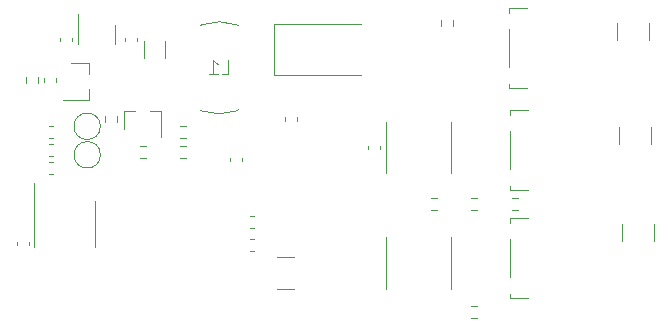
<source format=gbo>
G04 #@! TF.GenerationSoftware,KiCad,Pcbnew,5.1.10-1.fc32*
G04 #@! TF.CreationDate,2021-08-09T17:43:32+02:00*
G04 #@! TF.ProjectId,esc_brushless,6573635f-6272-4757-9368-6c6573732e6b,rev?*
G04 #@! TF.SameCoordinates,Original*
G04 #@! TF.FileFunction,Legend,Bot*
G04 #@! TF.FilePolarity,Positive*
%FSLAX46Y46*%
G04 Gerber Fmt 4.6, Leading zero omitted, Abs format (unit mm)*
G04 Created by KiCad (PCBNEW 5.1.10-1.fc32) date 2021-08-09 17:43:32*
%MOMM*%
%LPD*%
G01*
G04 APERTURE LIST*
%ADD10C,0.120000*%
%ADD11R,3.500000X2.300000*%
%ADD12R,3.400000X3.400000*%
%ADD13R,1.700000X1.700000*%
%ADD14O,1.700000X1.700000*%
%ADD15O,2.700000X8.000000*%
%ADD16R,7.000000X7.000000*%
%ADD17R,3.500000X2.000000*%
%ADD18R,0.800000X0.900000*%
%ADD19R,0.900000X0.800000*%
%ADD20O,1.250000X1.250000*%
G04 APERTURE END LIST*
D10*
X224153000Y-104755733D02*
X224153000Y-105048267D01*
X225173000Y-104755733D02*
X225173000Y-105048267D01*
X245655000Y-112852252D02*
X245655000Y-111429748D01*
X248375000Y-112852252D02*
X248375000Y-111429748D01*
X248121000Y-104597252D02*
X248121000Y-103174748D01*
X245401000Y-104597252D02*
X245401000Y-103174748D01*
X245274000Y-95834252D02*
X245274000Y-94411748D01*
X247994000Y-95834252D02*
X247994000Y-94411748D01*
X217881252Y-114210000D02*
X216458748Y-114210000D01*
X217881252Y-116930000D02*
X216458748Y-116930000D01*
X214522267Y-110742000D02*
X214229733Y-110742000D01*
X214522267Y-111762000D02*
X214229733Y-111762000D01*
X214522267Y-112647000D02*
X214229733Y-112647000D01*
X214522267Y-113667000D02*
X214229733Y-113667000D01*
X218188000Y-102635267D02*
X218188000Y-102342733D01*
X217168000Y-102635267D02*
X217168000Y-102342733D01*
X213489000Y-105771733D02*
X213489000Y-106064267D01*
X212469000Y-105771733D02*
X212469000Y-106064267D01*
X207031000Y-97358252D02*
X207031000Y-95935748D01*
X205211000Y-97358252D02*
X205211000Y-95935748D01*
X197211733Y-103122000D02*
X197504267Y-103122000D01*
X197211733Y-104142000D02*
X197504267Y-104142000D01*
X197211733Y-107190000D02*
X197504267Y-107190000D01*
X197211733Y-106170000D02*
X197504267Y-106170000D01*
X197211733Y-104646000D02*
X197504267Y-104646000D01*
X197211733Y-105666000D02*
X197504267Y-105666000D01*
X197741000Y-99040733D02*
X197741000Y-99333267D01*
X196721000Y-99040733D02*
X196721000Y-99333267D01*
X203579000Y-95904267D02*
X203579000Y-95611733D01*
X204599000Y-95904267D02*
X204599000Y-95611733D01*
X199138000Y-95904267D02*
X199138000Y-95611733D01*
X198118000Y-95904267D02*
X198118000Y-95611733D01*
X194435000Y-113176267D02*
X194435000Y-112883733D01*
X195455000Y-113176267D02*
X195455000Y-112883733D01*
X216253000Y-98797000D02*
X216253000Y-94497000D01*
X216253000Y-94497000D02*
X223553000Y-94497000D01*
X216253000Y-98797000D02*
X223553000Y-98797000D01*
X215482000Y-98171000D02*
G75*
G03*
X215482000Y-98171000I-3900000J0D01*
G01*
X236231000Y-117350000D02*
X236231000Y-117700000D01*
X236231000Y-117700000D02*
X237731000Y-117700000D01*
X236231000Y-112700000D02*
X236231000Y-115900000D01*
X237731000Y-110900000D02*
X236231000Y-110900000D01*
X236231000Y-110900000D02*
X236231000Y-111300000D01*
X236231000Y-101756000D02*
X236231000Y-102156000D01*
X237731000Y-101756000D02*
X236231000Y-101756000D01*
X236231000Y-103556000D02*
X236231000Y-106756000D01*
X236231000Y-108556000D02*
X237731000Y-108556000D01*
X236231000Y-108206000D02*
X236231000Y-108556000D01*
X236104000Y-93120000D02*
X236104000Y-93520000D01*
X237604000Y-93120000D02*
X236104000Y-93120000D01*
X236104000Y-94920000D02*
X236104000Y-98120000D01*
X236104000Y-99920000D02*
X237604000Y-99920000D01*
X236104000Y-99570000D02*
X236104000Y-99920000D01*
X203525000Y-101856000D02*
X204455000Y-101856000D01*
X206685000Y-101856000D02*
X205755000Y-101856000D01*
X206685000Y-101856000D02*
X206685000Y-104016000D01*
X203525000Y-101856000D02*
X203525000Y-103316000D01*
X200531000Y-97734000D02*
X199071000Y-97734000D01*
X200531000Y-100894000D02*
X198371000Y-100894000D01*
X200531000Y-100894000D02*
X200531000Y-99964000D01*
X200531000Y-97734000D02*
X200531000Y-98664000D01*
X229997724Y-109205500D02*
X229488276Y-109205500D01*
X229997724Y-110250500D02*
X229488276Y-110250500D01*
X232917276Y-109205500D02*
X233426724Y-109205500D01*
X232917276Y-110250500D02*
X233426724Y-110250500D01*
X233426724Y-118349500D02*
X232917276Y-118349500D01*
X233426724Y-119394500D02*
X232917276Y-119394500D01*
X236855724Y-110250500D02*
X236346276Y-110250500D01*
X236855724Y-109205500D02*
X236346276Y-109205500D01*
X231408500Y-94615724D02*
X231408500Y-94106276D01*
X230363500Y-94615724D02*
X230363500Y-94106276D01*
X208279276Y-103109500D02*
X208788724Y-103109500D01*
X208279276Y-104154500D02*
X208788724Y-104154500D01*
X202960500Y-102234276D02*
X202960500Y-102743724D01*
X201915500Y-102234276D02*
X201915500Y-102743724D01*
X205359724Y-104760500D02*
X204850276Y-104760500D01*
X205359724Y-105805500D02*
X204850276Y-105805500D01*
X208279276Y-104760500D02*
X208788724Y-104760500D01*
X208279276Y-105805500D02*
X208788724Y-105805500D01*
X196229500Y-98932276D02*
X196229500Y-99441724D01*
X195184500Y-98932276D02*
X195184500Y-99441724D01*
X201526000Y-105537000D02*
G75*
G03*
X201526000Y-105537000I-1120000J0D01*
G01*
X201526000Y-103124000D02*
G75*
G03*
X201526000Y-103124000I-1120000J0D01*
G01*
X202728000Y-95377000D02*
X202728000Y-96177000D01*
X202728000Y-95377000D02*
X202728000Y-94577000D01*
X199608000Y-95377000D02*
X199608000Y-96177000D01*
X199608000Y-95377000D02*
X199608000Y-93577000D01*
X201061000Y-111379000D02*
X201061000Y-113329000D01*
X201061000Y-111379000D02*
X201061000Y-109429000D01*
X195941000Y-111379000D02*
X195941000Y-113329000D01*
X195941000Y-111379000D02*
X195941000Y-107929000D01*
X231199000Y-102724936D02*
X231199000Y-107079064D01*
X225679000Y-102724936D02*
X225679000Y-107079064D01*
X231199000Y-112503936D02*
X231199000Y-116858064D01*
X225679000Y-112503936D02*
X225679000Y-116858064D01*
X211782000Y-98713857D02*
X212353428Y-98713857D01*
X212353428Y-97513857D01*
X210753428Y-98713857D02*
X211439142Y-98713857D01*
X211096285Y-98713857D02*
X211096285Y-97513857D01*
X211210571Y-97685285D01*
X211324857Y-97799571D01*
X211439142Y-97856714D01*
%LPC*%
G36*
G01*
X224425500Y-103502000D02*
X224900500Y-103502000D01*
G75*
G02*
X225138000Y-103739500I0J-237500D01*
G01*
X225138000Y-104339500D01*
G75*
G02*
X224900500Y-104577000I-237500J0D01*
G01*
X224425500Y-104577000D01*
G75*
G02*
X224188000Y-104339500I0J237500D01*
G01*
X224188000Y-103739500D01*
G75*
G02*
X224425500Y-103502000I237500J0D01*
G01*
G37*
G36*
G01*
X224425500Y-105227000D02*
X224900500Y-105227000D01*
G75*
G02*
X225138000Y-105464500I0J-237500D01*
G01*
X225138000Y-106064500D01*
G75*
G02*
X224900500Y-106302000I-237500J0D01*
G01*
X224425500Y-106302000D01*
G75*
G02*
X224188000Y-106064500I0J237500D01*
G01*
X224188000Y-105464500D01*
G75*
G02*
X224425500Y-105227000I237500J0D01*
G01*
G37*
G36*
G01*
X248115002Y-111241000D02*
X245914998Y-111241000D01*
G75*
G02*
X245665000Y-110991002I0J249998D01*
G01*
X245665000Y-110165998D01*
G75*
G02*
X245914998Y-109916000I249998J0D01*
G01*
X248115002Y-109916000D01*
G75*
G02*
X248365000Y-110165998I0J-249998D01*
G01*
X248365000Y-110991002D01*
G75*
G02*
X248115002Y-111241000I-249998J0D01*
G01*
G37*
G36*
G01*
X248115002Y-114366000D02*
X245914998Y-114366000D01*
G75*
G02*
X245665000Y-114116002I0J249998D01*
G01*
X245665000Y-113290998D01*
G75*
G02*
X245914998Y-113041000I249998J0D01*
G01*
X248115002Y-113041000D01*
G75*
G02*
X248365000Y-113290998I0J-249998D01*
G01*
X248365000Y-114116002D01*
G75*
G02*
X248115002Y-114366000I-249998J0D01*
G01*
G37*
G36*
G01*
X247861002Y-106111000D02*
X245660998Y-106111000D01*
G75*
G02*
X245411000Y-105861002I0J249998D01*
G01*
X245411000Y-105035998D01*
G75*
G02*
X245660998Y-104786000I249998J0D01*
G01*
X247861002Y-104786000D01*
G75*
G02*
X248111000Y-105035998I0J-249998D01*
G01*
X248111000Y-105861002D01*
G75*
G02*
X247861002Y-106111000I-249998J0D01*
G01*
G37*
G36*
G01*
X247861002Y-102986000D02*
X245660998Y-102986000D01*
G75*
G02*
X245411000Y-102736002I0J249998D01*
G01*
X245411000Y-101910998D01*
G75*
G02*
X245660998Y-101661000I249998J0D01*
G01*
X247861002Y-101661000D01*
G75*
G02*
X248111000Y-101910998I0J-249998D01*
G01*
X248111000Y-102736002D01*
G75*
G02*
X247861002Y-102986000I-249998J0D01*
G01*
G37*
G36*
G01*
X247734002Y-94223000D02*
X245533998Y-94223000D01*
G75*
G02*
X245284000Y-93973002I0J249998D01*
G01*
X245284000Y-93147998D01*
G75*
G02*
X245533998Y-92898000I249998J0D01*
G01*
X247734002Y-92898000D01*
G75*
G02*
X247984000Y-93147998I0J-249998D01*
G01*
X247984000Y-93973002D01*
G75*
G02*
X247734002Y-94223000I-249998J0D01*
G01*
G37*
G36*
G01*
X247734002Y-97348000D02*
X245533998Y-97348000D01*
G75*
G02*
X245284000Y-97098002I0J249998D01*
G01*
X245284000Y-96272998D01*
G75*
G02*
X245533998Y-96023000I249998J0D01*
G01*
X247734002Y-96023000D01*
G75*
G02*
X247984000Y-96272998I0J-249998D01*
G01*
X247984000Y-97098002D01*
G75*
G02*
X247734002Y-97348000I-249998J0D01*
G01*
G37*
G36*
G01*
X219395000Y-114469998D02*
X219395000Y-116670002D01*
G75*
G02*
X219145002Y-116920000I-249998J0D01*
G01*
X218319998Y-116920000D01*
G75*
G02*
X218070000Y-116670002I0J249998D01*
G01*
X218070000Y-114469998D01*
G75*
G02*
X218319998Y-114220000I249998J0D01*
G01*
X219145002Y-114220000D01*
G75*
G02*
X219395000Y-114469998I0J-249998D01*
G01*
G37*
G36*
G01*
X216270000Y-114469998D02*
X216270000Y-116670002D01*
G75*
G02*
X216020002Y-116920000I-249998J0D01*
G01*
X215194998Y-116920000D01*
G75*
G02*
X214945000Y-116670002I0J249998D01*
G01*
X214945000Y-114469998D01*
G75*
G02*
X215194998Y-114220000I249998J0D01*
G01*
X216020002Y-114220000D01*
G75*
G02*
X216270000Y-114469998I0J-249998D01*
G01*
G37*
G36*
G01*
X215776000Y-111014500D02*
X215776000Y-111489500D01*
G75*
G02*
X215538500Y-111727000I-237500J0D01*
G01*
X214938500Y-111727000D01*
G75*
G02*
X214701000Y-111489500I0J237500D01*
G01*
X214701000Y-111014500D01*
G75*
G02*
X214938500Y-110777000I237500J0D01*
G01*
X215538500Y-110777000D01*
G75*
G02*
X215776000Y-111014500I0J-237500D01*
G01*
G37*
G36*
G01*
X214051000Y-111014500D02*
X214051000Y-111489500D01*
G75*
G02*
X213813500Y-111727000I-237500J0D01*
G01*
X213213500Y-111727000D01*
G75*
G02*
X212976000Y-111489500I0J237500D01*
G01*
X212976000Y-111014500D01*
G75*
G02*
X213213500Y-110777000I237500J0D01*
G01*
X213813500Y-110777000D01*
G75*
G02*
X214051000Y-111014500I0J-237500D01*
G01*
G37*
G36*
G01*
X215776000Y-112919500D02*
X215776000Y-113394500D01*
G75*
G02*
X215538500Y-113632000I-237500J0D01*
G01*
X214938500Y-113632000D01*
G75*
G02*
X214701000Y-113394500I0J237500D01*
G01*
X214701000Y-112919500D01*
G75*
G02*
X214938500Y-112682000I237500J0D01*
G01*
X215538500Y-112682000D01*
G75*
G02*
X215776000Y-112919500I0J-237500D01*
G01*
G37*
G36*
G01*
X214051000Y-112919500D02*
X214051000Y-113394500D01*
G75*
G02*
X213813500Y-113632000I-237500J0D01*
G01*
X213213500Y-113632000D01*
G75*
G02*
X212976000Y-113394500I0J237500D01*
G01*
X212976000Y-112919500D01*
G75*
G02*
X213213500Y-112682000I237500J0D01*
G01*
X213813500Y-112682000D01*
G75*
G02*
X214051000Y-112919500I0J-237500D01*
G01*
G37*
G36*
G01*
X217915500Y-103889000D02*
X217440500Y-103889000D01*
G75*
G02*
X217203000Y-103651500I0J237500D01*
G01*
X217203000Y-103051500D01*
G75*
G02*
X217440500Y-102814000I237500J0D01*
G01*
X217915500Y-102814000D01*
G75*
G02*
X218153000Y-103051500I0J-237500D01*
G01*
X218153000Y-103651500D01*
G75*
G02*
X217915500Y-103889000I-237500J0D01*
G01*
G37*
G36*
G01*
X217915500Y-102164000D02*
X217440500Y-102164000D01*
G75*
G02*
X217203000Y-101926500I0J237500D01*
G01*
X217203000Y-101326500D01*
G75*
G02*
X217440500Y-101089000I237500J0D01*
G01*
X217915500Y-101089000D01*
G75*
G02*
X218153000Y-101326500I0J-237500D01*
G01*
X218153000Y-101926500D01*
G75*
G02*
X217915500Y-102164000I-237500J0D01*
G01*
G37*
G36*
G01*
X212741500Y-106243000D02*
X213216500Y-106243000D01*
G75*
G02*
X213454000Y-106480500I0J-237500D01*
G01*
X213454000Y-107080500D01*
G75*
G02*
X213216500Y-107318000I-237500J0D01*
G01*
X212741500Y-107318000D01*
G75*
G02*
X212504000Y-107080500I0J237500D01*
G01*
X212504000Y-106480500D01*
G75*
G02*
X212741500Y-106243000I237500J0D01*
G01*
G37*
G36*
G01*
X212741500Y-104518000D02*
X213216500Y-104518000D01*
G75*
G02*
X213454000Y-104755500I0J-237500D01*
G01*
X213454000Y-105355500D01*
G75*
G02*
X213216500Y-105593000I-237500J0D01*
G01*
X212741500Y-105593000D01*
G75*
G02*
X212504000Y-105355500I0J237500D01*
G01*
X212504000Y-104755500D01*
G75*
G02*
X212741500Y-104518000I237500J0D01*
G01*
G37*
G36*
G01*
X206771002Y-98872000D02*
X205470998Y-98872000D01*
G75*
G02*
X205221000Y-98622002I0J249998D01*
G01*
X205221000Y-97796998D01*
G75*
G02*
X205470998Y-97547000I249998J0D01*
G01*
X206771002Y-97547000D01*
G75*
G02*
X207021000Y-97796998I0J-249998D01*
G01*
X207021000Y-98622002D01*
G75*
G02*
X206771002Y-98872000I-249998J0D01*
G01*
G37*
G36*
G01*
X206771002Y-95747000D02*
X205470998Y-95747000D01*
G75*
G02*
X205221000Y-95497002I0J249998D01*
G01*
X205221000Y-94671998D01*
G75*
G02*
X205470998Y-94422000I249998J0D01*
G01*
X206771002Y-94422000D01*
G75*
G02*
X207021000Y-94671998I0J-249998D01*
G01*
X207021000Y-95497002D01*
G75*
G02*
X206771002Y-95747000I-249998J0D01*
G01*
G37*
G36*
G01*
X197683000Y-103869500D02*
X197683000Y-103394500D01*
G75*
G02*
X197920500Y-103157000I237500J0D01*
G01*
X198520500Y-103157000D01*
G75*
G02*
X198758000Y-103394500I0J-237500D01*
G01*
X198758000Y-103869500D01*
G75*
G02*
X198520500Y-104107000I-237500J0D01*
G01*
X197920500Y-104107000D01*
G75*
G02*
X197683000Y-103869500I0J237500D01*
G01*
G37*
G36*
G01*
X195958000Y-103869500D02*
X195958000Y-103394500D01*
G75*
G02*
X196195500Y-103157000I237500J0D01*
G01*
X196795500Y-103157000D01*
G75*
G02*
X197033000Y-103394500I0J-237500D01*
G01*
X197033000Y-103869500D01*
G75*
G02*
X196795500Y-104107000I-237500J0D01*
G01*
X196195500Y-104107000D01*
G75*
G02*
X195958000Y-103869500I0J237500D01*
G01*
G37*
G36*
G01*
X195958000Y-106917500D02*
X195958000Y-106442500D01*
G75*
G02*
X196195500Y-106205000I237500J0D01*
G01*
X196795500Y-106205000D01*
G75*
G02*
X197033000Y-106442500I0J-237500D01*
G01*
X197033000Y-106917500D01*
G75*
G02*
X196795500Y-107155000I-237500J0D01*
G01*
X196195500Y-107155000D01*
G75*
G02*
X195958000Y-106917500I0J237500D01*
G01*
G37*
G36*
G01*
X197683000Y-106917500D02*
X197683000Y-106442500D01*
G75*
G02*
X197920500Y-106205000I237500J0D01*
G01*
X198520500Y-106205000D01*
G75*
G02*
X198758000Y-106442500I0J-237500D01*
G01*
X198758000Y-106917500D01*
G75*
G02*
X198520500Y-107155000I-237500J0D01*
G01*
X197920500Y-107155000D01*
G75*
G02*
X197683000Y-106917500I0J237500D01*
G01*
G37*
G36*
G01*
X197683000Y-105393500D02*
X197683000Y-104918500D01*
G75*
G02*
X197920500Y-104681000I237500J0D01*
G01*
X198520500Y-104681000D01*
G75*
G02*
X198758000Y-104918500I0J-237500D01*
G01*
X198758000Y-105393500D01*
G75*
G02*
X198520500Y-105631000I-237500J0D01*
G01*
X197920500Y-105631000D01*
G75*
G02*
X197683000Y-105393500I0J237500D01*
G01*
G37*
G36*
G01*
X195958000Y-105393500D02*
X195958000Y-104918500D01*
G75*
G02*
X196195500Y-104681000I237500J0D01*
G01*
X196795500Y-104681000D01*
G75*
G02*
X197033000Y-104918500I0J-237500D01*
G01*
X197033000Y-105393500D01*
G75*
G02*
X196795500Y-105631000I-237500J0D01*
G01*
X196195500Y-105631000D01*
G75*
G02*
X195958000Y-105393500I0J237500D01*
G01*
G37*
G36*
G01*
X196993500Y-99512000D02*
X197468500Y-99512000D01*
G75*
G02*
X197706000Y-99749500I0J-237500D01*
G01*
X197706000Y-100349500D01*
G75*
G02*
X197468500Y-100587000I-237500J0D01*
G01*
X196993500Y-100587000D01*
G75*
G02*
X196756000Y-100349500I0J237500D01*
G01*
X196756000Y-99749500D01*
G75*
G02*
X196993500Y-99512000I237500J0D01*
G01*
G37*
G36*
G01*
X196993500Y-97787000D02*
X197468500Y-97787000D01*
G75*
G02*
X197706000Y-98024500I0J-237500D01*
G01*
X197706000Y-98624500D01*
G75*
G02*
X197468500Y-98862000I-237500J0D01*
G01*
X196993500Y-98862000D01*
G75*
G02*
X196756000Y-98624500I0J237500D01*
G01*
X196756000Y-98024500D01*
G75*
G02*
X196993500Y-97787000I237500J0D01*
G01*
G37*
G36*
G01*
X204326500Y-95433000D02*
X203851500Y-95433000D01*
G75*
G02*
X203614000Y-95195500I0J237500D01*
G01*
X203614000Y-94595500D01*
G75*
G02*
X203851500Y-94358000I237500J0D01*
G01*
X204326500Y-94358000D01*
G75*
G02*
X204564000Y-94595500I0J-237500D01*
G01*
X204564000Y-95195500D01*
G75*
G02*
X204326500Y-95433000I-237500J0D01*
G01*
G37*
G36*
G01*
X204326500Y-97158000D02*
X203851500Y-97158000D01*
G75*
G02*
X203614000Y-96920500I0J237500D01*
G01*
X203614000Y-96320500D01*
G75*
G02*
X203851500Y-96083000I237500J0D01*
G01*
X204326500Y-96083000D01*
G75*
G02*
X204564000Y-96320500I0J-237500D01*
G01*
X204564000Y-96920500D01*
G75*
G02*
X204326500Y-97158000I-237500J0D01*
G01*
G37*
G36*
G01*
X198865500Y-97158000D02*
X198390500Y-97158000D01*
G75*
G02*
X198153000Y-96920500I0J237500D01*
G01*
X198153000Y-96320500D01*
G75*
G02*
X198390500Y-96083000I237500J0D01*
G01*
X198865500Y-96083000D01*
G75*
G02*
X199103000Y-96320500I0J-237500D01*
G01*
X199103000Y-96920500D01*
G75*
G02*
X198865500Y-97158000I-237500J0D01*
G01*
G37*
G36*
G01*
X198865500Y-95433000D02*
X198390500Y-95433000D01*
G75*
G02*
X198153000Y-95195500I0J237500D01*
G01*
X198153000Y-94595500D01*
G75*
G02*
X198390500Y-94358000I237500J0D01*
G01*
X198865500Y-94358000D01*
G75*
G02*
X199103000Y-94595500I0J-237500D01*
G01*
X199103000Y-95195500D01*
G75*
G02*
X198865500Y-95433000I-237500J0D01*
G01*
G37*
G36*
G01*
X195182500Y-112705000D02*
X194707500Y-112705000D01*
G75*
G02*
X194470000Y-112467500I0J237500D01*
G01*
X194470000Y-111867500D01*
G75*
G02*
X194707500Y-111630000I237500J0D01*
G01*
X195182500Y-111630000D01*
G75*
G02*
X195420000Y-111867500I0J-237500D01*
G01*
X195420000Y-112467500D01*
G75*
G02*
X195182500Y-112705000I-237500J0D01*
G01*
G37*
G36*
G01*
X195182500Y-114430000D02*
X194707500Y-114430000D01*
G75*
G02*
X194470000Y-114192500I0J237500D01*
G01*
X194470000Y-113592500D01*
G75*
G02*
X194707500Y-113355000I237500J0D01*
G01*
X195182500Y-113355000D01*
G75*
G02*
X195420000Y-113592500I0J-237500D01*
G01*
X195420000Y-114192500D01*
G75*
G02*
X195182500Y-114430000I-237500J0D01*
G01*
G37*
D11*
X218153000Y-96647000D03*
X223553000Y-96647000D03*
D12*
X192278000Y-95885000D03*
X192278000Y-116205000D03*
D13*
X191643000Y-105537000D03*
D14*
X191643000Y-108077000D03*
X191643000Y-110617000D03*
D13*
X197866000Y-116459000D03*
D14*
X200406000Y-116459000D03*
D12*
X250825000Y-112649000D03*
X250825000Y-104267000D03*
X250825000Y-95631000D03*
D15*
X214232000Y-98171000D03*
X208932000Y-98171000D03*
D16*
X241331000Y-114300000D03*
D17*
X233931000Y-112020000D03*
X233931000Y-116600000D03*
X233931000Y-107456000D03*
X233931000Y-102876000D03*
D16*
X241331000Y-105156000D03*
D17*
X233804000Y-98820000D03*
X233804000Y-94240000D03*
D16*
X241204000Y-96520000D03*
D18*
X206055000Y-103616000D03*
X204155000Y-103616000D03*
X205105000Y-101616000D03*
D19*
X200771000Y-99314000D03*
X198771000Y-98364000D03*
X198771000Y-100264000D03*
G36*
G01*
X231143000Y-109490500D02*
X231143000Y-109965500D01*
G75*
G02*
X230905500Y-110203000I-237500J0D01*
G01*
X230405500Y-110203000D01*
G75*
G02*
X230168000Y-109965500I0J237500D01*
G01*
X230168000Y-109490500D01*
G75*
G02*
X230405500Y-109253000I237500J0D01*
G01*
X230905500Y-109253000D01*
G75*
G02*
X231143000Y-109490500I0J-237500D01*
G01*
G37*
G36*
G01*
X229318000Y-109490500D02*
X229318000Y-109965500D01*
G75*
G02*
X229080500Y-110203000I-237500J0D01*
G01*
X228580500Y-110203000D01*
G75*
G02*
X228343000Y-109965500I0J237500D01*
G01*
X228343000Y-109490500D01*
G75*
G02*
X228580500Y-109253000I237500J0D01*
G01*
X229080500Y-109253000D01*
G75*
G02*
X229318000Y-109490500I0J-237500D01*
G01*
G37*
G36*
G01*
X233597000Y-109965500D02*
X233597000Y-109490500D01*
G75*
G02*
X233834500Y-109253000I237500J0D01*
G01*
X234334500Y-109253000D01*
G75*
G02*
X234572000Y-109490500I0J-237500D01*
G01*
X234572000Y-109965500D01*
G75*
G02*
X234334500Y-110203000I-237500J0D01*
G01*
X233834500Y-110203000D01*
G75*
G02*
X233597000Y-109965500I0J237500D01*
G01*
G37*
G36*
G01*
X231772000Y-109965500D02*
X231772000Y-109490500D01*
G75*
G02*
X232009500Y-109253000I237500J0D01*
G01*
X232509500Y-109253000D01*
G75*
G02*
X232747000Y-109490500I0J-237500D01*
G01*
X232747000Y-109965500D01*
G75*
G02*
X232509500Y-110203000I-237500J0D01*
G01*
X232009500Y-110203000D01*
G75*
G02*
X231772000Y-109965500I0J237500D01*
G01*
G37*
G36*
G01*
X234572000Y-118634500D02*
X234572000Y-119109500D01*
G75*
G02*
X234334500Y-119347000I-237500J0D01*
G01*
X233834500Y-119347000D01*
G75*
G02*
X233597000Y-119109500I0J237500D01*
G01*
X233597000Y-118634500D01*
G75*
G02*
X233834500Y-118397000I237500J0D01*
G01*
X234334500Y-118397000D01*
G75*
G02*
X234572000Y-118634500I0J-237500D01*
G01*
G37*
G36*
G01*
X232747000Y-118634500D02*
X232747000Y-119109500D01*
G75*
G02*
X232509500Y-119347000I-237500J0D01*
G01*
X232009500Y-119347000D01*
G75*
G02*
X231772000Y-119109500I0J237500D01*
G01*
X231772000Y-118634500D01*
G75*
G02*
X232009500Y-118397000I237500J0D01*
G01*
X232509500Y-118397000D01*
G75*
G02*
X232747000Y-118634500I0J-237500D01*
G01*
G37*
G36*
G01*
X236176000Y-109490500D02*
X236176000Y-109965500D01*
G75*
G02*
X235938500Y-110203000I-237500J0D01*
G01*
X235438500Y-110203000D01*
G75*
G02*
X235201000Y-109965500I0J237500D01*
G01*
X235201000Y-109490500D01*
G75*
G02*
X235438500Y-109253000I237500J0D01*
G01*
X235938500Y-109253000D01*
G75*
G02*
X236176000Y-109490500I0J-237500D01*
G01*
G37*
G36*
G01*
X238001000Y-109490500D02*
X238001000Y-109965500D01*
G75*
G02*
X237763500Y-110203000I-237500J0D01*
G01*
X237263500Y-110203000D01*
G75*
G02*
X237026000Y-109965500I0J237500D01*
G01*
X237026000Y-109490500D01*
G75*
G02*
X237263500Y-109253000I237500J0D01*
G01*
X237763500Y-109253000D01*
G75*
G02*
X238001000Y-109490500I0J-237500D01*
G01*
G37*
G36*
G01*
X231123500Y-95761000D02*
X230648500Y-95761000D01*
G75*
G02*
X230411000Y-95523500I0J237500D01*
G01*
X230411000Y-95023500D01*
G75*
G02*
X230648500Y-94786000I237500J0D01*
G01*
X231123500Y-94786000D01*
G75*
G02*
X231361000Y-95023500I0J-237500D01*
G01*
X231361000Y-95523500D01*
G75*
G02*
X231123500Y-95761000I-237500J0D01*
G01*
G37*
G36*
G01*
X231123500Y-93936000D02*
X230648500Y-93936000D01*
G75*
G02*
X230411000Y-93698500I0J237500D01*
G01*
X230411000Y-93198500D01*
G75*
G02*
X230648500Y-92961000I237500J0D01*
G01*
X231123500Y-92961000D01*
G75*
G02*
X231361000Y-93198500I0J-237500D01*
G01*
X231361000Y-93698500D01*
G75*
G02*
X231123500Y-93936000I-237500J0D01*
G01*
G37*
G36*
G01*
X208959000Y-103869500D02*
X208959000Y-103394500D01*
G75*
G02*
X209196500Y-103157000I237500J0D01*
G01*
X209696500Y-103157000D01*
G75*
G02*
X209934000Y-103394500I0J-237500D01*
G01*
X209934000Y-103869500D01*
G75*
G02*
X209696500Y-104107000I-237500J0D01*
G01*
X209196500Y-104107000D01*
G75*
G02*
X208959000Y-103869500I0J237500D01*
G01*
G37*
G36*
G01*
X207134000Y-103869500D02*
X207134000Y-103394500D01*
G75*
G02*
X207371500Y-103157000I237500J0D01*
G01*
X207871500Y-103157000D01*
G75*
G02*
X208109000Y-103394500I0J-237500D01*
G01*
X208109000Y-103869500D01*
G75*
G02*
X207871500Y-104107000I-237500J0D01*
G01*
X207371500Y-104107000D01*
G75*
G02*
X207134000Y-103869500I0J237500D01*
G01*
G37*
G36*
G01*
X202200500Y-102914000D02*
X202675500Y-102914000D01*
G75*
G02*
X202913000Y-103151500I0J-237500D01*
G01*
X202913000Y-103651500D01*
G75*
G02*
X202675500Y-103889000I-237500J0D01*
G01*
X202200500Y-103889000D01*
G75*
G02*
X201963000Y-103651500I0J237500D01*
G01*
X201963000Y-103151500D01*
G75*
G02*
X202200500Y-102914000I237500J0D01*
G01*
G37*
G36*
G01*
X202200500Y-101089000D02*
X202675500Y-101089000D01*
G75*
G02*
X202913000Y-101326500I0J-237500D01*
G01*
X202913000Y-101826500D01*
G75*
G02*
X202675500Y-102064000I-237500J0D01*
G01*
X202200500Y-102064000D01*
G75*
G02*
X201963000Y-101826500I0J237500D01*
G01*
X201963000Y-101326500D01*
G75*
G02*
X202200500Y-101089000I237500J0D01*
G01*
G37*
G36*
G01*
X206505000Y-105045500D02*
X206505000Y-105520500D01*
G75*
G02*
X206267500Y-105758000I-237500J0D01*
G01*
X205767500Y-105758000D01*
G75*
G02*
X205530000Y-105520500I0J237500D01*
G01*
X205530000Y-105045500D01*
G75*
G02*
X205767500Y-104808000I237500J0D01*
G01*
X206267500Y-104808000D01*
G75*
G02*
X206505000Y-105045500I0J-237500D01*
G01*
G37*
G36*
G01*
X204680000Y-105045500D02*
X204680000Y-105520500D01*
G75*
G02*
X204442500Y-105758000I-237500J0D01*
G01*
X203942500Y-105758000D01*
G75*
G02*
X203705000Y-105520500I0J237500D01*
G01*
X203705000Y-105045500D01*
G75*
G02*
X203942500Y-104808000I237500J0D01*
G01*
X204442500Y-104808000D01*
G75*
G02*
X204680000Y-105045500I0J-237500D01*
G01*
G37*
G36*
G01*
X208959000Y-105520500D02*
X208959000Y-105045500D01*
G75*
G02*
X209196500Y-104808000I237500J0D01*
G01*
X209696500Y-104808000D01*
G75*
G02*
X209934000Y-105045500I0J-237500D01*
G01*
X209934000Y-105520500D01*
G75*
G02*
X209696500Y-105758000I-237500J0D01*
G01*
X209196500Y-105758000D01*
G75*
G02*
X208959000Y-105520500I0J237500D01*
G01*
G37*
G36*
G01*
X207134000Y-105520500D02*
X207134000Y-105045500D01*
G75*
G02*
X207371500Y-104808000I237500J0D01*
G01*
X207871500Y-104808000D01*
G75*
G02*
X208109000Y-105045500I0J-237500D01*
G01*
X208109000Y-105520500D01*
G75*
G02*
X207871500Y-105758000I-237500J0D01*
G01*
X207371500Y-105758000D01*
G75*
G02*
X207134000Y-105520500I0J237500D01*
G01*
G37*
G36*
G01*
X195469500Y-99612000D02*
X195944500Y-99612000D01*
G75*
G02*
X196182000Y-99849500I0J-237500D01*
G01*
X196182000Y-100349500D01*
G75*
G02*
X195944500Y-100587000I-237500J0D01*
G01*
X195469500Y-100587000D01*
G75*
G02*
X195232000Y-100349500I0J237500D01*
G01*
X195232000Y-99849500D01*
G75*
G02*
X195469500Y-99612000I237500J0D01*
G01*
G37*
G36*
G01*
X195469500Y-97787000D02*
X195944500Y-97787000D01*
G75*
G02*
X196182000Y-98024500I0J-237500D01*
G01*
X196182000Y-98524500D01*
G75*
G02*
X195944500Y-98762000I-237500J0D01*
G01*
X195469500Y-98762000D01*
G75*
G02*
X195232000Y-98524500I0J237500D01*
G01*
X195232000Y-98024500D01*
G75*
G02*
X195469500Y-97787000I237500J0D01*
G01*
G37*
D20*
X200406000Y-105537000D03*
X200406000Y-103124000D03*
G36*
G01*
X200068000Y-93577000D02*
X200368000Y-93577000D01*
G75*
G02*
X200518000Y-93727000I0J-150000D01*
G01*
X200518000Y-94752000D01*
G75*
G02*
X200368000Y-94902000I-150000J0D01*
G01*
X200068000Y-94902000D01*
G75*
G02*
X199918000Y-94752000I0J150000D01*
G01*
X199918000Y-93727000D01*
G75*
G02*
X200068000Y-93577000I150000J0D01*
G01*
G37*
G36*
G01*
X201018000Y-93577000D02*
X201318000Y-93577000D01*
G75*
G02*
X201468000Y-93727000I0J-150000D01*
G01*
X201468000Y-94752000D01*
G75*
G02*
X201318000Y-94902000I-150000J0D01*
G01*
X201018000Y-94902000D01*
G75*
G02*
X200868000Y-94752000I0J150000D01*
G01*
X200868000Y-93727000D01*
G75*
G02*
X201018000Y-93577000I150000J0D01*
G01*
G37*
G36*
G01*
X201968000Y-93577000D02*
X202268000Y-93577000D01*
G75*
G02*
X202418000Y-93727000I0J-150000D01*
G01*
X202418000Y-94752000D01*
G75*
G02*
X202268000Y-94902000I-150000J0D01*
G01*
X201968000Y-94902000D01*
G75*
G02*
X201818000Y-94752000I0J150000D01*
G01*
X201818000Y-93727000D01*
G75*
G02*
X201968000Y-93577000I150000J0D01*
G01*
G37*
G36*
G01*
X201968000Y-95852000D02*
X202268000Y-95852000D01*
G75*
G02*
X202418000Y-96002000I0J-150000D01*
G01*
X202418000Y-97027000D01*
G75*
G02*
X202268000Y-97177000I-150000J0D01*
G01*
X201968000Y-97177000D01*
G75*
G02*
X201818000Y-97027000I0J150000D01*
G01*
X201818000Y-96002000D01*
G75*
G02*
X201968000Y-95852000I150000J0D01*
G01*
G37*
G36*
G01*
X200068000Y-95852000D02*
X200368000Y-95852000D01*
G75*
G02*
X200518000Y-96002000I0J-150000D01*
G01*
X200518000Y-97027000D01*
G75*
G02*
X200368000Y-97177000I-150000J0D01*
G01*
X200068000Y-97177000D01*
G75*
G02*
X199918000Y-97027000I0J150000D01*
G01*
X199918000Y-96002000D01*
G75*
G02*
X200068000Y-95852000I150000J0D01*
G01*
G37*
G36*
G01*
X196446000Y-107929000D02*
X196746000Y-107929000D01*
G75*
G02*
X196896000Y-108079000I0J-150000D01*
G01*
X196896000Y-109729000D01*
G75*
G02*
X196746000Y-109879000I-150000J0D01*
G01*
X196446000Y-109879000D01*
G75*
G02*
X196296000Y-109729000I0J150000D01*
G01*
X196296000Y-108079000D01*
G75*
G02*
X196446000Y-107929000I150000J0D01*
G01*
G37*
G36*
G01*
X197716000Y-107929000D02*
X198016000Y-107929000D01*
G75*
G02*
X198166000Y-108079000I0J-150000D01*
G01*
X198166000Y-109729000D01*
G75*
G02*
X198016000Y-109879000I-150000J0D01*
G01*
X197716000Y-109879000D01*
G75*
G02*
X197566000Y-109729000I0J150000D01*
G01*
X197566000Y-108079000D01*
G75*
G02*
X197716000Y-107929000I150000J0D01*
G01*
G37*
G36*
G01*
X198986000Y-107929000D02*
X199286000Y-107929000D01*
G75*
G02*
X199436000Y-108079000I0J-150000D01*
G01*
X199436000Y-109729000D01*
G75*
G02*
X199286000Y-109879000I-150000J0D01*
G01*
X198986000Y-109879000D01*
G75*
G02*
X198836000Y-109729000I0J150000D01*
G01*
X198836000Y-108079000D01*
G75*
G02*
X198986000Y-107929000I150000J0D01*
G01*
G37*
G36*
G01*
X200256000Y-107929000D02*
X200556000Y-107929000D01*
G75*
G02*
X200706000Y-108079000I0J-150000D01*
G01*
X200706000Y-109729000D01*
G75*
G02*
X200556000Y-109879000I-150000J0D01*
G01*
X200256000Y-109879000D01*
G75*
G02*
X200106000Y-109729000I0J150000D01*
G01*
X200106000Y-108079000D01*
G75*
G02*
X200256000Y-107929000I150000J0D01*
G01*
G37*
G36*
G01*
X200256000Y-112879000D02*
X200556000Y-112879000D01*
G75*
G02*
X200706000Y-113029000I0J-150000D01*
G01*
X200706000Y-114679000D01*
G75*
G02*
X200556000Y-114829000I-150000J0D01*
G01*
X200256000Y-114829000D01*
G75*
G02*
X200106000Y-114679000I0J150000D01*
G01*
X200106000Y-113029000D01*
G75*
G02*
X200256000Y-112879000I150000J0D01*
G01*
G37*
G36*
G01*
X198986000Y-112879000D02*
X199286000Y-112879000D01*
G75*
G02*
X199436000Y-113029000I0J-150000D01*
G01*
X199436000Y-114679000D01*
G75*
G02*
X199286000Y-114829000I-150000J0D01*
G01*
X198986000Y-114829000D01*
G75*
G02*
X198836000Y-114679000I0J150000D01*
G01*
X198836000Y-113029000D01*
G75*
G02*
X198986000Y-112879000I150000J0D01*
G01*
G37*
G36*
G01*
X197716000Y-112879000D02*
X198016000Y-112879000D01*
G75*
G02*
X198166000Y-113029000I0J-150000D01*
G01*
X198166000Y-114679000D01*
G75*
G02*
X198016000Y-114829000I-150000J0D01*
G01*
X197716000Y-114829000D01*
G75*
G02*
X197566000Y-114679000I0J150000D01*
G01*
X197566000Y-113029000D01*
G75*
G02*
X197716000Y-112879000I150000J0D01*
G01*
G37*
G36*
G01*
X196446000Y-112879000D02*
X196746000Y-112879000D01*
G75*
G02*
X196896000Y-113029000I0J-150000D01*
G01*
X196896000Y-114679000D01*
G75*
G02*
X196746000Y-114829000I-150000J0D01*
G01*
X196446000Y-114829000D01*
G75*
G02*
X196296000Y-114679000I0J150000D01*
G01*
X196296000Y-113029000D01*
G75*
G02*
X196446000Y-112879000I150000J0D01*
G01*
G37*
G36*
G01*
X228063999Y-101152000D02*
X230914001Y-101152000D01*
G75*
G02*
X231164000Y-101401999I0J-249999D01*
G01*
X231164000Y-102302001D01*
G75*
G02*
X230914001Y-102552000I-249999J0D01*
G01*
X228063999Y-102552000D01*
G75*
G02*
X227814000Y-102302001I0J249999D01*
G01*
X227814000Y-101401999D01*
G75*
G02*
X228063999Y-101152000I249999J0D01*
G01*
G37*
G36*
G01*
X228063999Y-107252000D02*
X230914001Y-107252000D01*
G75*
G02*
X231164000Y-107501999I0J-249999D01*
G01*
X231164000Y-108402001D01*
G75*
G02*
X230914001Y-108652000I-249999J0D01*
G01*
X228063999Y-108652000D01*
G75*
G02*
X227814000Y-108402001I0J249999D01*
G01*
X227814000Y-107501999D01*
G75*
G02*
X228063999Y-107252000I249999J0D01*
G01*
G37*
G36*
G01*
X225991600Y-107250000D02*
X226890400Y-107250000D01*
G75*
G02*
X227141000Y-107500600I0J-250600D01*
G01*
X227141000Y-108399400D01*
G75*
G02*
X226890400Y-108650000I-250600J0D01*
G01*
X225991600Y-108650000D01*
G75*
G02*
X225741000Y-108399400I0J250600D01*
G01*
X225741000Y-107500600D01*
G75*
G02*
X225991600Y-107250000I250600J0D01*
G01*
G37*
G36*
G01*
X225991600Y-101154000D02*
X226890400Y-101154000D01*
G75*
G02*
X227141000Y-101404600I0J-250600D01*
G01*
X227141000Y-102303400D01*
G75*
G02*
X226890400Y-102554000I-250600J0D01*
G01*
X225991600Y-102554000D01*
G75*
G02*
X225741000Y-102303400I0J250600D01*
G01*
X225741000Y-101404600D01*
G75*
G02*
X225991600Y-101154000I250600J0D01*
G01*
G37*
G36*
G01*
X228063999Y-110931000D02*
X230914001Y-110931000D01*
G75*
G02*
X231164000Y-111180999I0J-249999D01*
G01*
X231164000Y-112081001D01*
G75*
G02*
X230914001Y-112331000I-249999J0D01*
G01*
X228063999Y-112331000D01*
G75*
G02*
X227814000Y-112081001I0J249999D01*
G01*
X227814000Y-111180999D01*
G75*
G02*
X228063999Y-110931000I249999J0D01*
G01*
G37*
G36*
G01*
X228063999Y-117031000D02*
X230914001Y-117031000D01*
G75*
G02*
X231164000Y-117280999I0J-249999D01*
G01*
X231164000Y-118181001D01*
G75*
G02*
X230914001Y-118431000I-249999J0D01*
G01*
X228063999Y-118431000D01*
G75*
G02*
X227814000Y-118181001I0J249999D01*
G01*
X227814000Y-117280999D01*
G75*
G02*
X228063999Y-117031000I249999J0D01*
G01*
G37*
G36*
G01*
X225991600Y-117029000D02*
X226890400Y-117029000D01*
G75*
G02*
X227141000Y-117279600I0J-250600D01*
G01*
X227141000Y-118178400D01*
G75*
G02*
X226890400Y-118429000I-250600J0D01*
G01*
X225991600Y-118429000D01*
G75*
G02*
X225741000Y-118178400I0J250600D01*
G01*
X225741000Y-117279600D01*
G75*
G02*
X225991600Y-117029000I250600J0D01*
G01*
G37*
G36*
G01*
X225991600Y-110933000D02*
X226890400Y-110933000D01*
G75*
G02*
X227141000Y-111183600I0J-250600D01*
G01*
X227141000Y-112082400D01*
G75*
G02*
X226890400Y-112333000I-250600J0D01*
G01*
X225991600Y-112333000D01*
G75*
G02*
X225741000Y-112082400I0J250600D01*
G01*
X225741000Y-111183600D01*
G75*
G02*
X225991600Y-110933000I250600J0D01*
G01*
G37*
M02*

</source>
